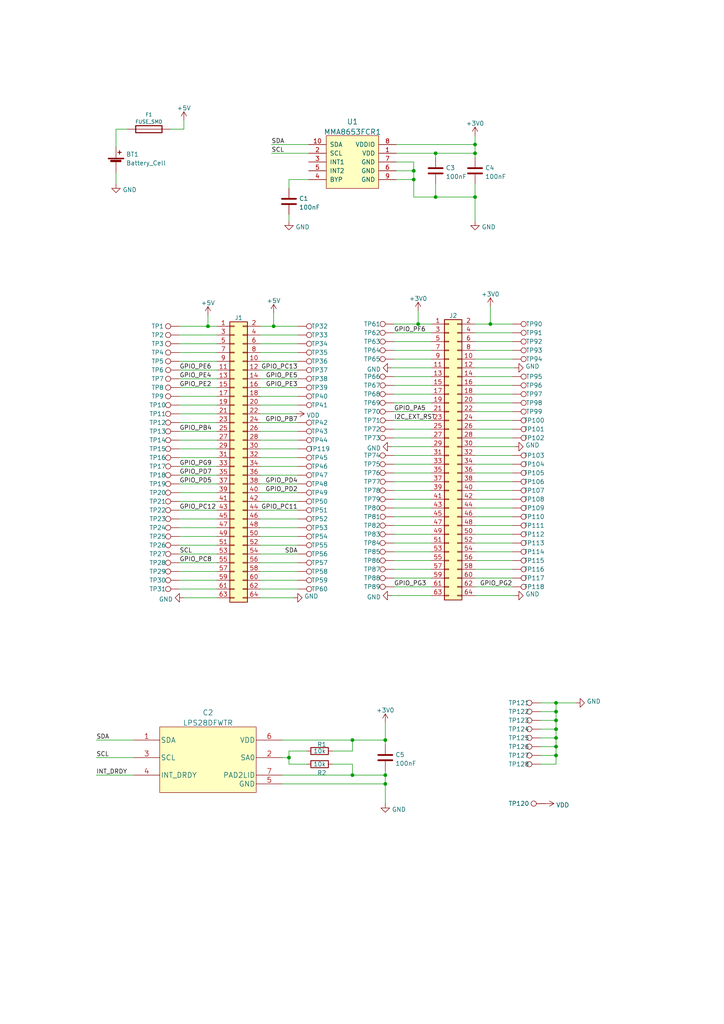
<source format=kicad_sch>
(kicad_sch (version 20211123) (generator eeschema)
  (paper "A4" portrait)
  (junction (at 111.76 224.79))
  (junction (at 161.29 206.375))
  (junction (at 137.795 41.91))
  (junction (at 161.29 216.535))
  (junction (at 126.365 44.45))
  (junction (at 161.29 211.455))
  (junction (at 142.24 93.98))
  (junction (at 161.29 208.915))
  (junction (at 137.795 44.45))
  (junction (at 137.795 57.15))
  (junction (at 161.29 213.995))
  (junction (at 126.365 57.15))
  (junction (at 83.82 219.71))
  (junction (at 60.325 94.615))
  (junction (at 111.76 227.33))
  (junction (at 120.015 49.53))
  (junction (at 79.375 94.615))
  (junction (at 102.235 214.63))
  (junction (at 102.235 224.79))
  (junction (at 111.76 214.63))
  (junction (at 161.29 203.835))
  (junction (at 161.29 219.075))
  (junction (at 121.285 93.98))
  (junction (at 120.015 52.07))
  (wire (pts (xy 156.845 213.995) (xy 161.29 213.995)))
  (wire (pts (xy 75.565 155.575) (xy 86.36 155.575)))
  (wire (pts (xy 96.52 217.805) (xy 102.235 217.805)))
  (wire (pts (xy 156.845 216.535) (xy 161.29 216.535)))
  (wire (pts (xy 142.24 93.98) (xy 137.795 93.98)))
  (wire (pts (xy 137.795 99.06) (xy 148.59 99.06)))
  (wire (pts (xy 52.07 140.335) (xy 62.865 140.335)))
  (wire (pts (xy 83.82 221.615) (xy 83.82 219.71)))
  (wire (pts (xy 120.015 52.07) (xy 120.015 57.15)))
  (wire (pts (xy 52.07 120.015) (xy 62.865 120.015)))
  (wire (pts (xy 75.565 153.035) (xy 86.36 153.035)))
  (wire (pts (xy 79.375 94.615) (xy 79.375 90.805)))
  (wire (pts (xy 114.3 99.06) (xy 125.095 99.06)))
  (wire (pts (xy 75.565 97.155) (xy 86.36 97.155)))
  (wire (pts (xy 114.3 170.18) (xy 125.095 170.18)))
  (wire (pts (xy 161.29 211.455) (xy 161.29 213.995)))
  (wire (pts (xy 75.565 158.115) (xy 86.36 158.115)))
  (wire (pts (xy 121.285 93.98) (xy 125.095 93.98)))
  (wire (pts (xy 137.795 116.84) (xy 148.59 116.84)))
  (wire (pts (xy 142.24 93.98) (xy 148.59 93.98)))
  (wire (pts (xy 114.3 119.38) (xy 125.095 119.38)))
  (wire (pts (xy 137.795 44.45) (xy 137.795 45.72)))
  (wire (pts (xy 114.3 121.92) (xy 125.095 121.92)))
  (wire (pts (xy 75.565 168.275) (xy 86.36 168.275)))
  (wire (pts (xy 114.3 154.94) (xy 125.095 154.94)))
  (wire (pts (xy 137.795 129.54) (xy 149.225 129.54)))
  (wire (pts (xy 114.3 157.48) (xy 125.095 157.48)))
  (wire (pts (xy 52.07 107.315) (xy 62.865 107.315)))
  (wire (pts (xy 52.07 114.935) (xy 62.865 114.935)))
  (wire (pts (xy 114.3 127) (xy 125.095 127)))
  (wire (pts (xy 75.565 127.635) (xy 86.36 127.635)))
  (wire (pts (xy 96.52 221.615) (xy 102.235 221.615)))
  (wire (pts (xy 156.845 203.835) (xy 161.29 203.835)))
  (wire (pts (xy 114.3 101.6) (xy 125.095 101.6)))
  (wire (pts (xy 137.795 165.1) (xy 148.59 165.1)))
  (wire (pts (xy 126.365 44.45) (xy 137.795 44.45)))
  (wire (pts (xy 78.74 41.91) (xy 89.535 41.91)))
  (wire (pts (xy 137.795 106.68) (xy 149.225 106.68)))
  (wire (pts (xy 52.07 109.855) (xy 62.865 109.855)))
  (wire (pts (xy 79.375 94.615) (xy 86.36 94.615)))
  (wire (pts (xy 75.565 132.715) (xy 86.36 132.715)))
  (wire (pts (xy 114.3 109.22) (xy 125.095 109.22)))
  (wire (pts (xy 53.34 173.355) (xy 62.865 173.355)))
  (wire (pts (xy 86.36 160.655) (xy 75.565 160.655)))
  (wire (pts (xy 75.565 163.195) (xy 86.36 163.195)))
  (wire (pts (xy 75.565 135.255) (xy 86.36 135.255)))
  (wire (pts (xy 75.565 102.235) (xy 86.36 102.235)))
  (wire (pts (xy 27.94 214.63) (xy 38.735 214.63)))
  (wire (pts (xy 111.76 227.33) (xy 111.76 233.045)))
  (wire (pts (xy 137.795 132.08) (xy 148.59 132.08)))
  (wire (pts (xy 49.53 37.465) (xy 53.34 37.465)))
  (wire (pts (xy 75.565 165.735) (xy 86.36 165.735)))
  (wire (pts (xy 27.94 224.79) (xy 38.735 224.79)))
  (wire (pts (xy 102.235 214.63) (xy 111.76 214.63)))
  (wire (pts (xy 75.565 137.795) (xy 86.36 137.795)))
  (wire (pts (xy 137.795 39.37) (xy 137.795 41.91)))
  (wire (pts (xy 156.845 206.375) (xy 161.29 206.375)))
  (wire (pts (xy 52.07 99.695) (xy 62.865 99.695)))
  (wire (pts (xy 121.285 90.17) (xy 121.285 93.98)))
  (wire (pts (xy 52.07 168.275) (xy 62.865 168.275)))
  (wire (pts (xy 111.76 214.63) (xy 111.76 215.9)))
  (wire (pts (xy 75.565 170.815) (xy 86.36 170.815)))
  (wire (pts (xy 137.795 41.91) (xy 137.795 44.45)))
  (wire (pts (xy 86.36 142.875) (xy 75.565 142.875)))
  (wire (pts (xy 52.07 158.115) (xy 62.865 158.115)))
  (wire (pts (xy 83.82 219.71) (xy 83.82 217.805)))
  (wire (pts (xy 114.3 93.98) (xy 121.285 93.98)))
  (wire (pts (xy 113.665 106.68) (xy 125.095 106.68)))
  (wire (pts (xy 114.3 152.4) (xy 125.095 152.4)))
  (wire (pts (xy 137.795 139.7) (xy 148.59 139.7)))
  (wire (pts (xy 102.235 217.805) (xy 102.235 214.63)))
  (wire (pts (xy 156.845 208.915) (xy 161.29 208.915)))
  (wire (pts (xy 52.07 135.255) (xy 62.865 135.255)))
  (wire (pts (xy 114.935 49.53) (xy 120.015 49.53)))
  (wire (pts (xy 27.94 219.71) (xy 38.735 219.71)))
  (wire (pts (xy 52.07 142.875) (xy 62.865 142.875)))
  (wire (pts (xy 137.795 96.52) (xy 148.59 96.52)))
  (wire (pts (xy 86.36 122.555) (xy 75.565 122.555)))
  (wire (pts (xy 114.3 116.84) (xy 125.095 116.84)))
  (wire (pts (xy 60.325 94.615) (xy 62.865 94.615)))
  (wire (pts (xy 161.29 206.375) (xy 161.29 203.835)))
  (wire (pts (xy 33.655 50.165) (xy 33.655 53.34)))
  (wire (pts (xy 78.74 44.45) (xy 89.535 44.45)))
  (wire (pts (xy 52.07 170.815) (xy 62.865 170.815)))
  (wire (pts (xy 137.795 101.6) (xy 148.59 101.6)))
  (wire (pts (xy 111.76 227.33) (xy 111.76 224.79)))
  (wire (pts (xy 120.015 57.15) (xy 126.365 57.15)))
  (wire (pts (xy 52.07 97.155) (xy 62.865 97.155)))
  (wire (pts (xy 137.795 149.86) (xy 148.59 149.86)))
  (wire (pts (xy 137.795 152.4) (xy 148.59 152.4)))
  (wire (pts (xy 75.565 120.015) (xy 85.725 120.015)))
  (wire (pts (xy 52.07 130.175) (xy 62.865 130.175)))
  (wire (pts (xy 52.07 104.775) (xy 62.865 104.775)))
  (wire (pts (xy 156.845 211.455) (xy 161.29 211.455)))
  (wire (pts (xy 102.235 221.615) (xy 102.235 224.79)))
  (wire (pts (xy 161.29 219.075) (xy 161.29 216.535)))
  (wire (pts (xy 52.07 153.035) (xy 62.865 153.035)))
  (wire (pts (xy 148.59 170.18) (xy 137.795 170.18)))
  (wire (pts (xy 126.365 53.34) (xy 126.365 57.15)))
  (wire (pts (xy 137.795 127) (xy 148.59 127)))
  (wire (pts (xy 156.845 221.615) (xy 161.29 221.615)))
  (wire (pts (xy 126.365 57.15) (xy 137.795 57.15)))
  (wire (pts (xy 114.935 46.99) (xy 120.015 46.99)))
  (wire (pts (xy 137.795 134.62) (xy 148.59 134.62)))
  (wire (pts (xy 137.795 104.14) (xy 148.59 104.14)))
  (wire (pts (xy 137.795 154.94) (xy 148.59 154.94)))
  (wire (pts (xy 60.325 91.44) (xy 60.325 94.615)))
  (wire (pts (xy 114.3 124.46) (xy 125.095 124.46)))
  (wire (pts (xy 114.3 132.08) (xy 125.095 132.08)))
  (wire (pts (xy 137.795 137.16) (xy 148.59 137.16)))
  (wire (pts (xy 75.565 99.695) (xy 86.36 99.695)))
  (wire (pts (xy 86.36 109.855) (xy 75.565 109.855)))
  (wire (pts (xy 83.82 62.23) (xy 83.82 64.135)))
  (wire (pts (xy 53.34 34.925) (xy 53.34 37.465)))
  (wire (pts (xy 137.795 111.76) (xy 148.59 111.76)))
  (wire (pts (xy 137.795 119.38) (xy 148.59 119.38)))
  (wire (pts (xy 36.83 37.465) (xy 33.655 37.465)))
  (wire (pts (xy 75.565 117.475) (xy 86.36 117.475)))
  (wire (pts (xy 102.235 224.79) (xy 111.76 224.79)))
  (wire (pts (xy 161.29 206.375) (xy 161.29 208.915)))
  (wire (pts (xy 86.36 147.955) (xy 75.565 147.955)))
  (wire (pts (xy 114.3 147.32) (xy 125.095 147.32)))
  (wire (pts (xy 114.935 44.45) (xy 126.365 44.45)))
  (wire (pts (xy 75.565 104.775) (xy 86.36 104.775)))
  (wire (pts (xy 52.07 155.575) (xy 62.865 155.575)))
  (wire (pts (xy 52.07 132.715) (xy 62.865 132.715)))
  (wire (pts (xy 75.565 125.095) (xy 86.36 125.095)))
  (wire (pts (xy 52.07 125.095) (xy 62.865 125.095)))
  (wire (pts (xy 52.07 145.415) (xy 62.865 145.415)))
  (wire (pts (xy 113.665 129.54) (xy 125.095 129.54)))
  (wire (pts (xy 113.665 172.72) (xy 125.095 172.72)))
  (wire (pts (xy 137.795 172.72) (xy 149.225 172.72)))
  (wire (pts (xy 114.3 96.52) (xy 125.095 96.52)))
  (wire (pts (xy 126.365 44.45) (xy 126.365 45.72)))
  (wire (pts (xy 120.015 46.99) (xy 120.015 49.53)))
  (wire (pts (xy 86.36 112.395) (xy 75.565 112.395)))
  (wire (pts (xy 114.3 114.3) (xy 125.095 114.3)))
  (wire (pts (xy 75.565 145.415) (xy 86.36 145.415)))
  (wire (pts (xy 137.795 147.32) (xy 148.59 147.32)))
  (wire (pts (xy 137.795 121.92) (xy 148.59 121.92)))
  (wire (pts (xy 33.655 37.465) (xy 33.655 42.545)))
  (wire (pts (xy 52.07 117.475) (xy 62.865 117.475)))
  (wire (pts (xy 75.565 94.615) (xy 79.375 94.615)))
  (wire (pts (xy 137.795 57.15) (xy 137.795 53.34)))
  (wire (pts (xy 114.3 149.86) (xy 125.095 149.86)))
  (wire (pts (xy 86.36 107.315) (xy 75.565 107.315)))
  (wire (pts (xy 137.795 142.24) (xy 148.59 142.24)))
  (wire (pts (xy 52.07 165.735) (xy 62.865 165.735)))
  (wire (pts (xy 137.795 162.56) (xy 148.59 162.56)))
  (wire (pts (xy 52.07 127.635) (xy 62.865 127.635)))
  (wire (pts (xy 137.795 167.64) (xy 148.59 167.64)))
  (wire (pts (xy 85.09 173.355) (xy 75.565 173.355)))
  (wire (pts (xy 114.3 111.76) (xy 125.095 111.76)))
  (wire (pts (xy 114.3 167.64) (xy 125.095 167.64)))
  (wire (pts (xy 114.3 134.62) (xy 125.095 134.62)))
  (wire (pts (xy 83.82 217.805) (xy 88.9 217.805)))
  (wire (pts (xy 137.795 157.48) (xy 148.59 157.48)))
  (wire (pts (xy 52.07 163.195) (xy 62.865 163.195)))
  (wire (pts (xy 52.07 147.955) (xy 62.865 147.955)))
  (wire (pts (xy 75.565 114.935) (xy 86.36 114.935)))
  (wire (pts (xy 137.795 57.15) (xy 137.795 64.135)))
  (wire (pts (xy 81.915 227.33) (xy 111.76 227.33)))
  (wire (pts (xy 114.935 41.91) (xy 137.795 41.91)))
  (wire (pts (xy 161.29 213.995) (xy 161.29 216.535)))
  (wire (pts (xy 75.565 150.495) (xy 86.36 150.495)))
  (wire (pts (xy 156.845 219.075) (xy 161.29 219.075)))
  (wire (pts (xy 83.82 52.07) (xy 83.82 54.61)))
  (wire (pts (xy 137.795 144.78) (xy 148.59 144.78)))
  (wire (pts (xy 114.3 137.16) (xy 125.095 137.16)))
  (wire (pts (xy 81.915 224.79) (xy 102.235 224.79)))
  (wire (pts (xy 161.29 221.615) (xy 161.29 219.075)))
  (wire (pts (xy 52.07 122.555) (xy 62.865 122.555)))
  (wire (pts (xy 114.935 52.07) (xy 120.015 52.07)))
  (wire (pts (xy 114.3 165.1) (xy 125.095 165.1)))
  (wire (pts (xy 142.24 88.9) (xy 142.24 93.98)))
  (wire (pts (xy 81.915 214.63) (xy 102.235 214.63)))
  (wire (pts (xy 161.29 203.835) (xy 167.005 203.835)))
  (wire (pts (xy 52.07 137.795) (xy 62.865 137.795)))
  (wire (pts (xy 114.3 144.78) (xy 125.095 144.78)))
  (wire (pts (xy 114.3 104.14) (xy 125.095 104.14)))
  (wire (pts (xy 137.795 109.22) (xy 148.59 109.22)))
  (wire (pts (xy 114.3 160.02) (xy 125.095 160.02)))
  (wire (pts (xy 137.795 114.3) (xy 148.59 114.3)))
  (wire (pts (xy 88.9 221.615) (xy 83.82 221.615)))
  (wire (pts (xy 111.76 209.55) (xy 111.76 214.63)))
  (wire (pts (xy 114.3 139.7) (xy 125.095 139.7)))
  (wire (pts (xy 111.76 224.79) (xy 111.76 223.52)))
  (wire (pts (xy 52.07 94.615) (xy 60.325 94.615)))
  (wire (pts (xy 52.07 160.655) (xy 62.865 160.655)))
  (wire (pts (xy 52.07 112.395) (xy 62.865 112.395)))
  (wire (pts (xy 137.795 160.02) (xy 148.59 160.02)))
  (wire (pts (xy 120.015 49.53) (xy 120.015 52.07)))
  (wire (pts (xy 75.565 130.175) (xy 86.36 130.175)))
  (wire (pts (xy 89.535 52.07) (xy 83.82 52.07)))
  (wire (pts (xy 161.29 208.915) (xy 161.29 211.455)))
  (wire (pts (xy 81.915 219.71) (xy 83.82 219.71)))
  (wire (pts (xy 86.36 140.335) (xy 75.565 140.335)))
  (wire (pts (xy 137.795 124.46) (xy 148.59 124.46)))
  (wire (pts (xy 114.3 142.24) (xy 125.095 142.24)))
  (wire (pts (xy 52.07 150.495) (xy 62.865 150.495)))
  (wire (pts (xy 52.07 102.235) (xy 62.865 102.235)))
  (wire (pts (xy 114.3 162.56) (xy 125.095 162.56)))
  (label "GPIO_PE6" (at 52.07 107.315 0))
  (label "GPIO_PD2" (at 86.36 142.875 180))
  (label "SDA" (at 78.74 41.91 0))
  (label "GPIO_PG9" (at 52.07 135.255 0))
  (label "GPIO_PE4" (at 52.07 109.855 0))
  (label "SCL" (at 78.74 44.45 0))
  (label "GPIO_PE2" (at 52.07 112.395 0))
  (label "SDA" (at 27.94 214.63 0))
  (label "GPIO_PD7" (at 52.07 137.795 0))
  (label "GPIO_PC8" (at 52.07 163.195 0))
  (label "GPIO_PB7" (at 86.36 122.555 180))
  (label "GPIO_PC12" (at 52.07 147.955 0))
  (label "GPIO_PB4" (at 52.07 125.095 0))
  (label "GPIO_PC11" (at 86.36 147.955 180))
  (label "GPIO_PG2" (at 148.59 170.18 180))
  (label "GPIO_PA5" (at 114.3 119.38 0))
  (label "SCL" (at 27.94 219.71 0))
  (label "GPIO_PD4" (at 86.36 140.335 180))
  (label "GPIO_PD5" (at 52.07 140.335 0))
  (label "GPIO_PC13" (at 86.36 107.315 180))
  (label "GPIO_PF6" (at 114.3 96.52 0))
  (label "I2C_EXT_RST" (at 114.3 121.92 0))
  (label "GPIO_PE3" (at 86.36 112.395 180))
  (label "SDA" (at 86.36 160.655 180))
  (label "INT_DRDY" (at 27.94 224.79 0))
  (label "GPIO_PE5" (at 86.36 109.855 180))
  (label "SCL" (at 52.07 160.655 0))
  (label "GPIO_PG3" (at 114.3 170.18 0))
  (symbol (lib_id "Connector:TestPoint") (at 156.845 221.615 90) (unit 1)
    (property "Reference" "TP128" (at 150.495 221.615 90))
    (property "Value" "TestPoint" (effects hide))
    (property "Footprint" "TestPoint:TestPoint_Pad_D1.5mm" (effects hide))
  )
  (symbol (lib_id "power:+5V") (at 60.325 91.44 0) (unit 1)
    (property "Reference" "#PWR04" (effects hide))
    (property "Value" "+5V" (at 60.325 87.8642 0))
  )
  (symbol (lib_id "power:GND") (at 149.225 172.72 90) (unit 1)
    (property "Reference" "#PWR018" (effects hide))
    (property "Value" "GND" (at 152.3999 172.2862 90) (effects (justify right)))
  )
  (symbol (lib_id "Connector:TestPoint") (at 158.115 233.045 90) (unit 1)
    (property "Reference" "TP120" (at 150.495 233.045 90))
    (property "Value" "TestPoint" (effects hide))
    (property "Footprint" "TestPoint:TestPoint_Pad_D1.5mm" (effects hide))
  )
  (symbol (lib_id "Connector:TestPoint") (at 148.59 154.94 270) (unit 1)
    (property "Reference" "TP112" (at 154.94 154.94 90))
    (property "Value" "TestPoint" (effects hide))
    (property "Footprint" "TestPoint:TestPoint_Pad_D1.5mm" (effects hide))
  )
  (symbol (lib_id "Connector:TestPoint") (at 52.07 163.195 90) (unit 1)
    (property "Reference" "TP28" (at 45.72 163.195 90))
    (property "Value" "TestPoint" (effects hide))
    (property "Footprint" "TestPoint:TestPoint_Pad_D1.5mm" (effects hide))
  )
  (symbol (lib_id "Connector:TestPoint") (at 148.59 132.08 270) (unit 1)
    (property "Reference" "TP103" (at 154.94 132.08 90))
    (property "Value" "TestPoint" (effects hide))
    (property "Footprint" "TestPoint:TestPoint_Pad_D1.5mm" (effects hide))
  )
  (symbol (lib_id "Device:C") (at 137.795 49.53 0) (unit 1)
    (property "Reference" "C4" (at 140.716 48.6953 0) (effects (justify left)))
    (property "Value" "100nF" (at 140.716 51.2322 0) (effects (justify left)))
    (property "Footprint" "Capacitor_SMD_AKL:C_0603_1608Metric_Pad1.05x0.95mm" (effects hide))
  )
  (symbol (lib_id "Connector:TestPoint") (at 148.59 165.1 270) (unit 1)
    (property "Reference" "TP116" (at 154.94 165.1 90))
    (property "Value" "TestPoint" (effects hide))
    (property "Footprint" "TestPoint:TestPoint_Pad_D1.5mm" (effects hide))
  )
  (symbol (lib_id "Connector:TestPoint") (at 52.07 165.735 90) (unit 1)
    (property "Reference" "TP29" (at 45.72 165.735 90))
    (property "Value" "TestPoint" (effects hide))
    (property "Footprint" "TestPoint:TestPoint_Pad_D1.5mm" (effects hide))
  )
  (symbol (lib_id "Connector:TestPoint") (at 86.36 125.095 270) (unit 1)
    (property "Reference" "TP43" (at 92.71 125.095 90))
    (property "Value" "TestPoint" (effects hide))
    (property "Footprint" "TestPoint:TestPoint_Pad_D1.5mm" (effects hide))
  )
  (symbol (lib_id "Connector:TestPoint") (at 52.07 137.795 90) (unit 1)
    (property "Reference" "TP18" (at 45.72 137.795 90))
    (property "Value" "TestPoint" (effects hide))
    (property "Footprint" "TestPoint:TestPoint_Pad_D1.5mm" (effects hide))
  )
  (symbol (lib_id "Connector:TestPoint") (at 114.3 132.08 90) (unit 1)
    (property "Reference" "TP74" (at 107.95 132.08 90))
    (property "Value" "TestPoint" (effects hide))
    (property "Footprint" "TestPoint:TestPoint_Pad_D1.5mm" (effects hide))
  )
  (symbol (lib_id "Connector:TestPoint") (at 52.07 94.615 90) (unit 1)
    (property "Reference" "TP1" (at 45.72 94.615 90))
    (property "Value" "TestPoint" (effects hide))
    (property "Footprint" "TestPoint:TestPoint_Pad_D1.5mm" (effects hide))
  )
  (symbol (lib_id "Connector:TestPoint") (at 86.36 104.775 270) (unit 1)
    (property "Reference" "TP36" (at 92.71 104.775 90))
    (property "Value" "TestPoint" (effects hide))
    (property "Footprint" "TestPoint:TestPoint_Pad_D1.5mm" (effects hide))
  )
  (symbol (lib_id "Connector:TestPoint") (at 114.3 127 90) (unit 1)
    (property "Reference" "TP73" (at 107.95 127 90))
    (property "Value" "TestPoint" (effects hide))
    (property "Footprint" "TestPoint:TestPoint_Pad_D1.5mm" (effects hide))
  )
  (symbol (lib_id "power:GND") (at 111.76 233.045 0) (unit 1)
    (property "Reference" "#PWR020" (effects hide))
    (property "Value" "GND" (at 113.665 234.7488 0) (effects (justify left)))
  )
  (symbol (lib_id "Connector:TestPoint") (at 86.36 102.235 270) (unit 1)
    (property "Reference" "TP35" (at 92.71 102.235 90))
    (property "Value" "TestPoint" (effects hide))
    (property "Footprint" "TestPoint:TestPoint_Pad_D1.5mm" (effects hide))
  )
  (symbol (lib_id "Connector:TestPoint") (at 52.07 130.175 90) (unit 1)
    (property "Reference" "TP15" (at 45.72 130.175 90))
    (property "Value" "TestPoint" (effects hide))
    (property "Footprint" "TestPoint:TestPoint_Pad_D1.5mm" (effects hide))
  )
  (symbol (lib_id "Connector:TestPoint") (at 86.36 160.655 270) (unit 1)
    (property "Reference" "TP56" (at 92.71 160.655 90))
    (property "Value" "TestPoint" (effects hide))
    (property "Footprint" "TestPoint:TestPoint_Pad_D1.5mm" (effects hide))
  )
  (symbol (lib_id "Connector:TestPoint") (at 86.36 130.175 270) (unit 1)
    (property "Reference" "TP119" (at 92.71 130.175 90))
    (property "Value" "TestPoint" (effects hide))
    (property "Footprint" "TestPoint:TestPoint_Pad_D1.5mm" (effects hide))
  )
  (symbol (lib_id "Connector:TestPoint") (at 86.36 163.195 270) (unit 1)
    (property "Reference" "TP57" (at 92.71 163.195 90))
    (property "Value" "TestPoint" (effects hide))
    (property "Footprint" "TestPoint:TestPoint_Pad_D1.5mm" (effects hide))
  )
  (symbol (lib_id "Connector:TestPoint") (at 86.36 117.475 270) (unit 1)
    (property "Reference" "TP41" (at 92.71 117.475 90))
    (property "Value" "TestPoint" (effects hide))
    (property "Footprint" "TestPoint:TestPoint_Pad_D1.5mm" (effects hide))
  )
  (symbol (lib_id "Connector:TestPoint") (at 148.59 93.98 270) (unit 1)
    (property "Reference" "TP90" (at 154.94 93.98 90))
    (property "Value" "TestPoint" (effects hide))
    (property "Footprint" "TestPoint:TestPoint_Pad_D1.5mm" (effects hide))
  )
  (symbol (lib_id "Connector:TestPoint") (at 148.59 114.3 270) (unit 1)
    (property "Reference" "TP97" (at 154.94 114.3 90))
    (property "Value" "TestPoint" (effects hide))
    (property "Footprint" "TestPoint:TestPoint_Pad_D1.5mm" (effects hide))
  )
  (symbol (lib_id "Connector:TestPoint") (at 114.3 160.02 90) (unit 1)
    (property "Reference" "TP85" (at 107.95 160.02 90))
    (property "Value" "TestPoint" (effects hide))
    (property "Footprint" "TestPoint:TestPoint_Pad_D1.5mm" (effects hide))
  )
  (symbol (lib_id "Connector:TestPoint") (at 114.3 124.46 90) (unit 1)
    (property "Reference" "TP72" (at 107.95 124.46 90))
    (property "Value" "TestPoint" (effects hide))
    (property "Footprint" "TestPoint:TestPoint_Pad_D1.5mm" (effects hide))
  )
  (symbol (lib_id "power:+5V") (at 79.375 90.805 0) (unit 1)
    (property "Reference" "#PWR05" (effects hide))
    (property "Value" "+5V" (at 79.375 87.2292 0))
  )
  (symbol (lib_id "Connector:TestPoint") (at 86.36 147.955 270) (unit 1)
    (property "Reference" "TP51" (at 92.71 147.955 90))
    (property "Value" "TestPoint" (effects hide))
    (property "Footprint" "TestPoint:TestPoint_Pad_D1.5mm" (effects hide))
  )
  (symbol (lib_id "Connector:TestPoint") (at 148.59 144.78 270) (unit 1)
    (property "Reference" "TP108" (at 154.94 144.78 90))
    (property "Value" "TestPoint" (effects hide))
    (property "Footprint" "TestPoint:TestPoint_Pad_D1.5mm" (effects hide))
  )
  (symbol (lib_id "Connector:TestPoint") (at 52.07 114.935 90) (unit 1)
    (property "Reference" "TP9" (at 45.72 114.935 90))
    (property "Value" "TestPoint" (effects hide))
    (property "Footprint" "TestPoint:TestPoint_Pad_D1.5mm" (effects hide))
  )
  (symbol (lib_id "power:VDD") (at 158.115 233.045 270) (unit 1)
    (property "Reference" "#PWR021" (effects hide))
    (property "Value" "VDD" (at 161.29 233.4788 90) (effects (justify left)))
  )
  (symbol (lib_id "power:+3V0") (at 142.24 88.9 0) (unit 1)
    (property "Reference" "#PWR015" (effects hide))
    (property "Value" "+3V0" (at 142.24 85.3242 0))
  )
  (symbol (lib_id "Connector:TestPoint") (at 148.59 124.46 270) (unit 1)
    (property "Reference" "TP101" (at 154.94 124.46 90))
    (property "Value" "TestPoint" (effects hide))
    (property "Footprint" "TestPoint:TestPoint_Pad_D1.5mm" (effects hide))
  )
  (symbol (lib_id "Connector:TestPoint") (at 156.845 213.995 90) (unit 1)
    (property "Reference" "TP125" (at 150.495 213.995 90))
    (property "Value" "TestPoint" (effects hide))
    (property "Footprint" "TestPoint:TestPoint_Pad_D1.5mm" (effects hide))
  )
  (symbol (lib_id "Connector:TestPoint") (at 114.3 119.38 90) (unit 1)
    (property "Reference" "TP70" (at 107.95 119.38 90))
    (property "Value" "TestPoint" (effects hide))
    (property "Footprint" "TestPoint:TestPoint_Pad_D1.5mm" (effects hide))
  )
  (symbol (lib_id "Device:R") (at 92.71 217.805 90) (unit 1)
    (property "Reference" "R1" (at 93.345 215.9 90))
    (property "Value" "10k" (at 92.71 217.805 90))
    (property "Footprint" "Resistor_SMD_AKL:R_0603_1608Metric_Pad1.05x0.95mm" (effects hide))
  )
  (symbol (lib_id "Connector:TestPoint") (at 156.845 219.075 90) (unit 1)
    (property "Reference" "TP127" (at 150.495 219.075 90))
    (property "Value" "TestPoint" (effects hide))
    (property "Footprint" "TestPoint:TestPoint_Pad_D1.5mm" (effects hide))
  )
  (symbol (lib_id "Connector:TestPoint") (at 148.59 170.18 270) (unit 1)
    (property "Reference" "TP118" (at 154.94 170.18 90))
    (property "Value" "TestPoint" (effects hide))
    (property "Footprint" "TestPoint:TestPoint_Pad_D1.5mm" (effects hide))
  )
  (symbol (lib_id "Connector:TestPoint") (at 86.36 132.715 270) (unit 1)
    (property "Reference" "TP45" (at 92.71 132.715 90))
    (property "Value" "TestPoint" (effects hide))
    (property "Footprint" "TestPoint:TestPoint_Pad_D1.5mm" (effects hide))
  )
  (symbol (lib_id "Connector:TestPoint") (at 52.07 104.775 90) (unit 1)
    (property "Reference" "TP5" (at 45.72 104.775 90))
    (property "Value" "TestPoint" (effects hide))
    (property "Footprint" "TestPoint:TestPoint_Pad_D1.5mm" (effects hide))
  )
  (symbol (lib_id "power:GND") (at 85.09 173.355 90) (unit 1)
    (property "Reference" "#PWR07" (effects hide))
    (property "Value" "GND" (at 88.2649 172.9212 90) (effects (justify right)))
  )
  (symbol (lib_id "Connector:TestPoint") (at 52.07 155.575 90) (unit 1)
    (property "Reference" "TP25" (at 45.72 155.575 90))
    (property "Value" "TestPoint" (effects hide))
    (property "Footprint" "TestPoint:TestPoint_Pad_D1.5mm" (effects hide))
  )
  (symbol (lib_id "Connector_Generic:Conn_02x32_Odd_Even") (at 67.945 132.715 0) (unit 1)
    (property "Reference" "J1" (at 69.215 92.1822 0))
    (property "Value" "Conn_02x32_Odd_Even" (effects hide))
    (property "Footprint" "Connector_PinSocket_2.54mm:PinSocket_2x32_P2.54mm_Vertical" (effects hide))
  )
  (symbol (lib_id "power:+3V0") (at 111.76 209.55 0) (unit 1)
    (property "Reference" "#PWR019" (effects hide))
    (property "Value" "+3V0" (at 111.76 205.9742 0))
  )
  (symbol (lib_id "Connector:TestPoint") (at 86.36 137.795 270) (unit 1)
    (property "Reference" "TP47" (at 92.71 137.795 90))
    (property "Value" "TestPoint" (effects hide))
    (property "Footprint" "TestPoint:TestPoint_Pad_D1.5mm" (effects hide))
  )
  (symbol (lib_id "power:GND") (at 149.225 129.54 90) (unit 1)
    (property "Reference" "#PWR017" (effects hide))
    (property "Value" "GND" (at 152.3999 129.1062 90) (effects (justify right)))
  )
  (symbol (lib_id "Connector:TestPoint") (at 86.36 127.635 270) (unit 1)
    (property "Reference" "TP44" (at 92.71 127.635 90))
    (property "Value" "TestPoint" (effects hide))
    (property "Footprint" "TestPoint:TestPoint_Pad_D1.5mm" (effects hide))
  )
  (symbol (lib_id "Connector:TestPoint") (at 52.07 158.115 90) (unit 1)
    (property "Reference" "TP26" (at 45.72 158.115 90))
    (property "Value" "TestPoint" (effects hide))
    (property "Footprint" "TestPoint:TestPoint_Pad_D1.5mm" (effects hide))
  )
  (symbol (lib_id "Connector:TestPoint") (at 148.59 147.32 270) (unit 1)
    (property "Reference" "TP109" (at 154.94 147.32 90))
    (property "Value" "TestPoint" (effects hide))
    (property "Footprint" "TestPoint:TestPoint_Pad_D1.5mm" (effects hide))
  )
  (symbol (lib_id "Connector:TestPoint") (at 86.36 150.495 270) (unit 1)
    (property "Reference" "TP52" (at 92.71 150.495 90))
    (property "Value" "TestPoint" (effects hide))
    (property "Footprint" "TestPoint:TestPoint_Pad_D1.5mm" (effects hide))
  )
  (symbol (lib_id "Connector:TestPoint") (at 86.36 109.855 270) (unit 1)
    (property "Reference" "TP38" (at 92.71 109.855 90))
    (property "Value" "TestPoint" (effects hide))
    (property "Footprint" "TestPoint:TestPoint_Pad_D1.5mm" (effects hide))
  )
  (symbol (lib_id "Connector:TestPoint") (at 114.3 157.48 90) (unit 1)
    (property "Reference" "TP84" (at 107.95 157.48 90))
    (property "Value" "TestPoint" (effects hide))
    (property "Footprint" "TestPoint:TestPoint_Pad_D1.5mm" (effects hide))
  )
  (symbol (lib_id "power:VDD") (at 85.725 120.015 270) (unit 1)
    (property "Reference" "#PWR08" (effects hide))
    (property "Value" "VDD" (at 88.9 120.4488 90) (effects (justify left)))
  )
  (symbol (lib_id "Connector:TestPoint") (at 86.36 168.275 270) (unit 1)
    (property "Reference" "TP59" (at 92.71 168.275 90))
    (property "Value" "TestPoint" (effects hide))
    (property "Footprint" "TestPoint:TestPoint_Pad_D1.5mm" (effects hide))
  )
  (symbol (lib_id "Connector:TestPoint") (at 114.3 109.22 90) (unit 1)
    (property "Reference" "TP66" (at 107.95 109.22 90))
    (property "Value" "TestPoint" (effects hide))
    (property "Footprint" "TestPoint:TestPoint_Pad_D1.5mm" (effects hide))
  )
  (symbol (lib_id "Device:R") (at 92.71 221.615 90) (unit 1)
    (property "Reference" "R2" (at 93.345 224.155 90))
    (property "Value" "10k" (at 92.71 221.615 90))
    (property "Footprint" "Resistor_SMD_AKL:R_0603_1608Metric_Pad1.05x0.95mm" (effects hide))
  )
  (symbol (lib_id "power:+3V0") (at 137.795 39.37 0) (unit 1)
    (property "Reference" "#PWR013" (effects hide))
    (property "Value" "+3V0" (at 137.795 35.7942 0))
  )
  (symbol (lib_id "Connector:TestPoint") (at 114.3 121.92 90) (unit 1)
    (property "Reference" "TP71" (at 107.95 121.92 90))
    (property "Value" "TestPoint" (effects hide))
    (property "Footprint" "TestPoint:TestPoint_Pad_D1.5mm" (effects hide))
  )
  (symbol (lib_id "power:GND") (at 113.665 172.72 270) (unit 1)
    (property "Reference" "#PWR011" (effects hide))
    (property "Value" "GND" (at 110.4901 173.1538 90) (effects (justify right)))
  )
  (symbol (lib_id "Connector:TestPoint") (at 86.36 142.875 270) (unit 1)
    (property "Reference" "TP49" (at 92.71 142.875 90))
    (property "Value" "TestPoint" (effects hide))
    (property "Footprint" "TestPoint:TestPoint_Pad_D1.5mm" (effects hide))
  )
  (symbol (lib_id "Connector:TestPoint") (at 114.3 134.62 90) (unit 1)
    (property "Reference" "TP75" (at 107.95 134.62 90))
    (property "Value" "TestPoint" (effects hide))
    (property "Footprint" "TestPoint:TestPoint_Pad_D1.5mm" (effects hide))
  )
  (symbol (lib_id "power:GND") (at 149.225 106.68 90) (unit 1)
    (property "Reference" "#PWR016" (effects hide))
    (property "Value" "GND" (at 152.3999 106.2462 90) (effects (justify right)))
  )
  (symbol (lib_id "power:GND") (at 113.665 106.68 270) (unit 1)
    (property "Reference" "#PWR09" (effects hide))
    (property "Value" "GND" (at 110.4901 107.1138 90) (effects (justify right)))
  )
  (symbol (lib_id "Connector:TestPoint") (at 52.07 99.695 90) (unit 1)
    (property "Reference" "TP3" (at 45.72 99.695 90))
    (property "Value" "TestPoint" (effects hide))
    (property "Footprint" "TestPoint:TestPoint_Pad_D1.5mm" (effects hide))
  )
  (symbol (lib_id "Connector:TestPoint") (at 148.59 139.7 270) (unit 1)
    (property "Reference" "TP106" (at 154.94 139.7 90))
    (property "Value" "TestPoint" (effects hide))
    (property "Footprint" "TestPoint:TestPoint_Pad_D1.5mm" (effects hide))
  )
  (symbol (lib_id "Connector:TestPoint") (at 52.07 102.235 90) (unit 1)
    (property "Reference" "TP4" (at 45.72 102.235 90))
    (property "Value" "TestPoint" (effects hide))
    (property "Footprint" "TestPoint:TestPoint_Pad_D1.5mm" (effects hide))
  )
  (symbol (lib_id "Connector:TestPoint") (at 86.36 99.695 270) (unit 1)
    (property "Reference" "TP34" (at 92.71 99.695 90))
    (property "Value" "TestPoint" (effects hide))
    (property "Footprint" "TestPoint:TestPoint_Pad_D1.5mm" (effects hide))
  )
  (symbol (lib_id "Special-local:FUSE_SMD") (at 43.18 37.465 0) (unit 1)
    (property "Reference" "F1" (at 43.18 33.2352 0) (effects (font (size 1.016 1.016))))
    (property "Value" "FUSE_SMD" (at 43.18 35.3156 0) (effects (font (size 1.016 1.016))))
    (property "Footprint" "Fuse_AKL:Fuse_1206_3216Metric_Pad1.42x1.75mm_BigPads" (effects hide))
  )
  (symbol (lib_id "Device:C") (at 126.365 49.53 0) (unit 1)
    (property "Reference" "C3" (at 129.286 48.6953 0) (effects (justify left)))
    (property "Value" "100nF" (at 129.286 51.2322 0) (effects (justify left)))
    (property "Footprint" "Capacitor_SMD_AKL:C_0603_1608Metric_Pad1.05x0.95mm" (effects hide))
  )
  (symbol (lib_id "Connector:TestPoint") (at 148.59 167.64 270) (unit 1)
    (property "Reference" "TP117" (at 154.94 167.64 90))
    (property "Value" "TestPoint" (effects hide))
    (property "Footprint" "TestPoint:TestPoint_Pad_D1.5mm" (effects hide))
  )
  (symbol (lib_id "Connector:TestPoint") (at 114.3 170.18 90) (unit 1)
    (property "Reference" "TP89" (at 107.95 170.18 90))
    (property "Value" "TestPoint" (effects hide))
    (property "Footprint" "TestPoint:TestPoint_Pad_D1.5mm" (effects hide))
  )
  (symbol (lib_id "power:GND") (at 53.34 173.355 270) (unit 1)
    (property "Reference" "#PWR03" (effects hide))
    (property "Value" "GND" (at 50.1651 173.7888 90) (effects (justify right)))
  )
  (symbol (lib_id "Connector:TestPoint") (at 86.36 145.415 270) (unit 1)
    (property "Reference" "TP50" (at 92.71 145.415 90))
    (property "Value" "TestPoint" (effects hide))
    (property "Footprint" "TestPoint:TestPoint_Pad_D1.5mm" (effects hide))
  )
  (symbol (lib_id "Connector:TestPoint") (at 114.3 139.7 90) (unit 1)
    (property "Reference" "TP77" (at 107.95 139.7 90))
    (property "Value" "TestPoint" (effects hide))
    (property "Footprint" "TestPoint:TestPoint_Pad_D1.5mm" (effects hide))
  )
  (symbol (lib_id "Connector:TestPoint") (at 114.3 154.94 90) (unit 1)
    (property "Reference" "TP83" (at 107.95 154.94 90))
    (property "Value" "TestPoint" (effects hide))
    (property "Footprint" "TestPoint:TestPoint_Pad_D1.5mm" (effects hide))
  )
  (symbol (lib_id "Connector:TestPoint") (at 86.36 97.155 270) (unit 1)
    (property "Reference" "TP33" (at 92.71 97.155 90))
    (property "Value" "TestPoint" (effects hide))
    (property "Footprint" "TestPoint:TestPoint_Pad_D1.5mm" (effects hide))
  )
  (symbol (lib_id "Connector:TestPoint") (at 114.3 144.78 90) (unit 1)
    (property "Reference" "TP79" (at 107.95 144.78 90))
    (property "Value" "TestPoint" (effects hide))
    (property "Footprint" "TestPoint:TestPoint_Pad_D1.5mm" (effects hide))
  )
  (symbol (lib_id "Connector:TestPoint") (at 114.3 93.98 90) (unit 1)
    (property "Reference" "TP61" (at 107.95 93.98 90))
    (property "Value" "TestPoint" (effects hide))
    (property "Footprint" "TestPoint:TestPoint_Pad_D1.5mm" (effects hide))
  )
  (symbol (lib_id "Device:Battery_Cell") (at 33.655 47.625 0) (unit 1)
    (property "Reference" "BT1" (at 36.576 44.7583 0) (effects (justify left)))
    (property "Value" "Battery_Cell" (at 36.576 47.2952 0) (effects (justify left)))
    (property "Footprint" "Battery:BatteryHolder_MPD_BH-18650-PC2" (effects hide))
  )
  (symbol (lib_id "Connector:TestPoint") (at 114.3 149.86 90) (unit 1)
    (property "Reference" "TP81" (at 107.95 149.86 90))
    (property "Value" "TestPoint" (effects hide))
    (property "Footprint" "TestPoint:TestPoint_Pad_D1.5mm" (effects hide))
  )
  (symbol (lib_id "Connector:TestPoint") (at 52.07 117.475 90) (unit 1)
    (property "Reference" "TP10" (at 45.72 117.475 90))
    (property "Value" "TestPoint" (effects hide))
    (property "Footprint" "TestPoint:TestPoint_Pad_D1.5mm" (effects hide))
  )
  (symbol (lib_id "Connector:TestPoint") (at 114.3 114.3 90) (unit 1)
    (property "Reference" "TP68" (at 107.95 114.3 90))
    (property "Value" "TestPoint" (effects hide))
    (property "Footprint" "TestPoint:TestPoint_Pad_D1.5mm" (effects hide))
  )
  (symbol (lib_id "Connector:TestPoint") (at 114.3 147.32 90) (unit 1)
    (property "Reference" "TP80" (at 107.95 147.32 90))
    (property "Value" "TestPoint" (effects hide))
    (property "Footprint" "TestPoint:TestPoint_Pad_D1.5mm" (effects hide))
  )
  (symbol (lib_id "Connector:TestPoint") (at 148.59 162.56 270) (unit 1)
    (property "Reference" "TP115" (at 154.94 162.56 90))
    (property "Value" "TestPoint" (effects hide))
    (property "Footprint" "TestPoint:TestPoint_Pad_D1.5mm" (effects hide))
  )
  (symbol (lib_id "Connector:TestPoint") (at 114.3 137.16 90) (unit 1)
    (property "Reference" "TP76" (at 107.95 137.16 90))
    (property "Value" "TestPoint" (effects hide))
    (property "Footprint" "TestPoint:TestPoint_Pad_D1.5mm" (effects hide))
  )
  (symbol (lib_id "Connector:TestPoint") (at 156.845 216.535 90) (unit 1)
    (property "Reference" "TP126" (at 150.495 216.535 90))
    (property "Value" "TestPoint" (effects hide))
    (property "Footprint" "TestPoint:TestPoint_Pad_D1.5mm" (effects hide))
  )
  (symbol (lib_id "Connector:TestPoint") (at 148.59 134.62 270) (unit 1)
    (property "Reference" "TP104" (at 154.94 134.62 90))
    (property "Value" "TestPoint" (effects hide))
    (property "Footprint" "TestPoint:TestPoint_Pad_D1.5mm" (effects hide))
  )
  (symbol (lib_id "Connector:TestPoint") (at 156.845 208.915 90) (unit 1)
    (property "Reference" "TP123" (at 150.495 208.915 90))
    (property "Value" "TestPoint" (effects hide))
    (property "Footprint" "TestPoint:TestPoint_Pad_D1.5mm" (effects hide))
  )
  (symbol (lib_id "Connector:TestPoint") (at 52.07 109.855 90) (unit 1)
    (property "Reference" "TP7" (at 45.72 109.855 90))
    (property "Value" "TestPoint" (effects hide))
    (property "Footprint" "TestPoint:TestPoint_Pad_D1.5mm" (effects hide))
  )
  (symbol (lib_id "Connector:TestPoint") (at 52.07 160.655 90) (unit 1)
    (property "Reference" "TP27" (at 45.72 160.655 90))
    (property "Value" "TestPoint" (effects hide))
    (property "Footprint" "TestPoint:TestPoint_Pad_D1.5mm" (effects hide))
  )
  (symbol (lib_id "Connector:TestPoint") (at 86.36 122.555 270) (unit 1)
    (property "Reference" "TP42" (at 92.71 122.555 90))
    (property "Value" "TestPoint" (effects hide))
    (property "Footprint" "TestPoint:TestPoint_Pad_D1.5mm" (effects hide))
  )
  (symbol (lib_id "power:+5V") (at 53.34 34.925 0) (unit 1)
    (property "Reference" "#PWR02" (effects hide))
    (property "Value" "+5V" (at 53.34 31.3492 0))
  )
  (symbol (lib_id "Connector:TestPoint") (at 156.845 203.835 90) (unit 1)
    (property "Reference" "TP121" (at 150.495 203.835 90))
    (property "Value" "TestPoint" (effects hide))
    (property "Footprint" "TestPoint:TestPoint_Pad_D1.5mm" (effects hide))
  )
  (symbol (lib_id "Connector:TestPoint") (at 148.59 99.06 270) (unit 1)
    (property "Reference" "TP92" (at 154.94 99.06 90))
    (property "Value" "TestPoint" (effects hide))
    (property "Footprint" "TestPoint:TestPoint_Pad_D1.5mm" (effects hide))
  )
  (symbol (lib_id "power:GND") (at 83.82 64.135 0) (unit 1)
    (property "Reference" "#PWR06" (effects hide))
    (property "Value" "GND" (at 85.725 65.8388 0) (effects (justify left)))
  )
  (symbol (lib_id "Connector:TestPoint") (at 86.36 170.815 270) (unit 1)
    (property "Reference" "TP60" (at 92.71 170.815 90))
    (property "Value" "TestPoint" (effects hide))
    (property "Footprint" "TestPoint:TestPoint_Pad_D1.5mm" (effects hide))
  )
  (symbol (lib_id "Connector:TestPoint") (at 52.07 170.815 90) (unit 1)
    (property "Reference" "TP31" (at 45.72 170.815 90))
    (property "Value" "TestPoint" (effects hide))
    (property "Footprint" "TestPoint:TestPoint_Pad_D1.5mm" (effects hide))
  )
  (symbol (lib_id "Connector:TestPoint") (at 86.36 107.315 270) (unit 1)
    (property "Reference" "TP37" (at 92.71 107.315 90))
    (property "Value" "TestPoint" (effects hide))
    (property "Footprint" "TestPoint:TestPoint_Pad_D1.5mm" (effects hide))
  )
  (symbol (lib_id "power:GND") (at 137.795 64.135 0) (unit 1)
    (property "Reference" "#PWR014" (effects hide))
    (property "Value" "GND" (at 139.7 65.8388 0) (effects (justify left)))
  )
  (symbol (lib_id "Connector:TestPoint") (at 52.07 132.715 90) (unit 1)
    (property "Reference" "TP16" (at 45.72 132.715 90))
    (property "Value" "TestPoint" (effects hide))
    (property "Footprint" "TestPoint:TestPoint_Pad_D1.5mm" (effects hide))
  )
  (symbol (lib_id "Connector:TestPoint") (at 114.3 99.06 90) (unit 1)
    (property "Reference" "TP63" (at 107.95 99.06 90))
    (property "Value" "TestPoint" (effects hide))
    (property "Footprint" "TestPoint:TestPoint_Pad_D1.5mm" (effects hide))
  )
  (symbol (lib_id "Connector:TestPoint") (at 148.59 116.84 270) (unit 1)
    (property "Reference" "TP98" (at 154.94 116.84 90))
    (property "Value" "TestPoint" (effects hide))
    (property "Footprint" "TestPoint:TestPoint_Pad_D1.5mm" (effects hide))
  )
  (symbol (lib_id "Connector:TestPoint") (at 52.07 125.095 90) (unit 1)
    (property "Reference" "TP13" (at 45.72 125.095 90))
    (property "Value" "TestPoint" (effects hide))
    (property "Footprint" "TestPoint:TestPoint_Pad_D1.5mm" (effects hide))
  )
  (symbol (lib_id "Connector:TestPoint") (at 52.07 142.875 90) (unit 1)
    (property "Reference" "TP20" (at 45.72 142.875 90))
    (property "Value" "TestPoint" (effects hide))
    (property "Footprint" "TestPoint:TestPoint_Pad_D1.5mm" (effects hide))
  )
  (symbol (lib_id "Connector:TestPoint") (at 52.07 107.315 90) (unit 1)
    (property "Reference" "TP6" (at 45.72 107.315 90))
    (property "Value" "TestPoint" (effects hide))
    (property "Footprint" "TestPoint:TestPoint_Pad_D1.5mm" (effects hide))
  )
  (symbol (lib_id "Connector:TestPoint") (at 148.59 111.76 270) (unit 1)
    (property "Reference" "TP96" (at 154.94 111.76 90))
    (property "Value" "TestPoint" (effects hide))
    (property "Footprint" "TestPoint:TestPoint_Pad_D1.5mm" (effects hide))
  )
  (symbol (lib_id "Connector:TestPoint") (at 114.3 101.6 90) (unit 1)
    (property "Reference" "TP64" (at 107.95 101.6 90))
    (property "Value" "TestPoint" (effects hide))
    (property "Footprint" "TestPoint:TestPoint_Pad_D1.5mm" (effects hide))
  )
  (symbol (lib_id "Connector:TestPoint") (at 114.3 104.14 90) (unit 1)
    (property "Reference" "TP65" (at 107.95 104.14 90))
    (property "Value" "TestPoint" (effects hide))
    (property "Footprint" "TestPoint:TestPoint_Pad_D1.5mm" (effects hide))
  )
  (symbol (lib_id "Connector:TestPoint") (at 52.07 150.495 90) (unit 1)
    (property "Reference" "TP23" (at 45.72 150.495 90))
    (property "Value" "TestPoint" (effects hide))
    (property "Footprint" "TestPoint:TestPoint_Pad_D1.5mm" (effects hide))
  )
  (symbol (lib_id "Connector:TestPoint") (at 52.07 153.035 90) (unit 1)
    (property "Reference" "TP24" (at 45.72 153.035 90))
    (property "Value" "TestPoint" (effects hide))
    (property "Footprint" "TestPoint:TestPoint_Pad_D1.5mm" (effects hide))
  )
  (symbol (lib_id "Special-local:MMA8653FCR1") (at 102.235 46.99 0) (unit 1)
    (property "Reference" "U1" (at 102.235 35.2859 0) (effects (font (size 1.524 1.524))))
    (property "Value" "MMA8653FCR1" (at 102.235 38.2793 0) (effects (font (size 1.524 1.524))))
    (property "Footprint" "Package_DFN_QFN_AKL:DFN-10_2x2mm_P0.4mm" (effects hide))
  )
  (symbol (lib_id "Connector:TestPoint") (at 52.07 145.415 90) (unit 1)
    (property "Reference" "TP21" (at 45.72 145.415 90))
    (property "Value" "TestPoint" (effects hide))
    (property "Footprint" "TestPoint:TestPoint_Pad_D1.5mm" (effects hide))
  )
  (symbol (lib_id "Connector:TestPoint") (at 114.3 167.64 90) (unit 1)
    (property "Reference" "TP88" (at 107.95 167.64 90))
    (property "Value" "TestPoint" (effects hide))
    (property "Footprint" "TestPoint:TestPoint_Pad_D1.5mm" (effects hide))
  )
  (symbol (lib_id "Connector:TestPoint") (at 148.59 157.48 270) (unit 1)
    (property "Reference" "TP113" (at 154.94 157.48 90))
    (property "Value" "TestPoint" (effects hide))
    (property "Footprint" "TestPoint:TestPoint_Pad_D1.5mm" (effects hide))
  )
  (symbol (lib_id "Connector:TestPoint") (at 86.36 153.035 270) (unit 1)
    (property "Reference" "TP53" (at 92.71 153.035 90))
    (property "Value" "TestPoint" (effects hide))
    (property "Footprint" "TestPoint:TestPoint_Pad_D1.5mm" (effects hide))
  )
  (symbol (lib_id "Connector:TestPoint") (at 148.59 119.38 270) (unit 1)
    (property "Reference" "TP99" (at 154.94 119.38 90))
    (property "Value" "TestPoint" (effects hide))
    (property "Footprint" "TestPoint:TestPoint_Pad_D1.5mm" (effects hide))
  )
  (symbol (lib_id "power:GND") (at 33.655 53.34 0) (unit 1)
    (property "Reference" "#PWR01" (effects hide))
    (property "Value" "GND" (at 35.56 55.0438 0) (effects (justify left)))
  )
  (symbol (lib_id "Connector:TestPoint") (at 52.07 168.275 90) (unit 1)
    (property "Reference" "TP30" (at 45.72 168.275 90))
    (property "Value" "TestPoint" (effects hide))
    (property "Footprint" "TestPoint:TestPoint_Pad_D1.5mm" (effects hide))
  )
  (symbol (lib_id "Connector:TestPoint") (at 86.36 140.335 270) (unit 1)
    (property "Reference" "TP48" (at 92.71 140.335 90))
    (property "Value" "TestPoint" (effects hide))
    (property "Footprint" "TestPoint:TestPoint_Pad_D1.5mm" (effects hide))
  )
  (symbol (lib_id "Connector:TestPoint") (at 114.3 116.84 90) (unit 1)
    (property "Reference" "TP69" (at 107.95 116.84 90))
    (property "Value" "TestPoint" (effects hide))
    (property "Footprint" "TestPoint:TestPoint_Pad_D1.5mm" (effects hide))
  )
  (symbol (lib_id "power:GND") (at 167.005 203.835 90) (unit 1)
    (property "Reference" "#PWR0101" (effects hide))
    (property "Value" "GND" (at 170.1799 203.4012 90) (effects (justify right)))
  )
  (symbol (lib_id "Connector:TestPoint") (at 86.36 158.115 270) (unit 1)
    (property "Reference" "TP55" (at 92.71 158.115 90))
    (property "Value" "TestPoint" (effects hide))
    (property "Footprint" "TestPoint:TestPoint_Pad_D1.5mm" (effects hide))
  )
  (symbol (lib_id "Connector:TestPoint") (at 148.59 96.52 270) (unit 1)
    (property "Reference" "TP91" (at 154.94 96.52 90))
    (property "Value" "TestPoint" (effects hide))
    (property "Footprint" "TestPoint:TestPoint_Pad_D1.5mm" (effects hide))
  )
  (symbol (lib_id "Connector:TestPoint") (at 86.36 94.615 270) (unit 1)
    (property "Reference" "TP32" (at 92.71 94.615 90))
    (property "Value" "TestPoint" (effects hide))
    (property "Footprint" "TestPoint:TestPoint_Pad_D1.5mm" (effects hide))
  )
  (symbol (lib_id "Connector:TestPoint") (at 52.07 127.635 90) (unit 1)
    (property "Reference" "TP14" (at 45.72 127.635 90))
    (property "Value" "TestPoint" (effects hide))
    (property "Footprint" "TestPoint:TestPoint_Pad_D1.5mm" (effects hide))
  )
  (symbol (lib_id "LPS28DFW:LPS28DFWTR") (at 60.325 219.71 0) (unit 1)
    (property "Reference" "C2" (at 60.325 206.6597 0) (effects (font (size 1.524 1.524))))
    (property "Value" "LPS28DFWTR" (at 60.325 209.6531 0) (effects (font (size 1.524 1.524))))
    (property "Footprint" "local:LPS28DFWTR" (effects hide))
  )
  (symbol (lib_id "Connector:TestPoint") (at 52.07 147.955 90) (unit 1)
    (property "Reference" "TP22" (at 45.72 147.955 90))
    (property "Value" "TestPoint" (effects hide))
    (property "Footprint" "TestPoint:TestPoint_Pad_D1.5mm" (effects hide))
  )
  (symbol (lib_id "Connector:TestPoint") (at 148.59 109.22 270) (unit 1)
    (property "Reference" "TP95" (at 154.94 109.22 90))
    (property "Value" "TestPoint" (effects hide))
    (property "Footprint" "TestPoint:TestPoint_Pad_D1.5mm" (effects hide))
  )
  (symbol (lib_id "Connector:TestPoint") (at 148.59 160.02 270) (unit 1)
    (property "Reference" "TP114" (at 154.94 160.02 90))
    (property "Value" "TestPoint" (effects hide))
    (property "Footprint" "TestPoint:TestPoint_Pad_D1.5mm" (effects hide))
  )
  (symbol (lib_id "Connector:TestPoint") (at 156.845 206.375 90) (unit 1)
    (property "Reference" "TP122" (at 150.495 206.375 90))
    (property "Value" "TestPoint" (effects hide))
    (property "Footprint" "TestPoint:TestPoint_Pad_D1.5mm" (effects hide))
  )
  (symbol (lib_id "Device:C") (at 83.82 58.42 0) (unit 1)
    (property "Reference" "C1" (at 86.741 57.5853 0) (effects (justify left)))
    (property "Value" "100nF" (at 86.741 60.1222 0) (effects (justify left)))
    (property "Footprint" "Capacitor_SMD_AKL:C_0603_1608Metric_Pad1.05x0.95mm" (effects hide))
  )
  (symbol (lib_id "power:+3V0") (at 121.285 90.17 0) (unit 1)
    (property "Reference" "#PWR012" (effects hide))
    (property "Value" "+3V0" (at 121.285 86.5942 0))
  )
  (symbol (lib_id "Connector_Generic:Conn_02x32_Odd_Even") (at 130.175 132.08 0) (unit 1)
    (property "Reference" "J2" (at 131.445 91.5472 0))
    (property "Value" "Conn_02x32_Odd_Even" (effects hide))
    (property "Footprint" "Connector_PinSocket_2.54mm:PinSocket_2x32_P2.54mm_Vertical" (effects hide))
  )
  (symbol (lib_id "Connector:TestPoint") (at 114.3 162.56 90) (unit 1)
    (property "Reference" "TP86" (at 107.95 162.56 90))
    (property "Value" "TestPoint" (effects hide))
    (property "Footprint" "TestPoint:TestPoint_Pad_D1.5mm" (effects hide))
  )
  (symbol (lib_id "Connector:TestPoint") (at 86.36 155.575 270) (unit 1)
    (property "Reference" "TP54" (at 92.71 155.575 90))
    (property "Value" "TestPoint" (effects hide))
    (property "Footprint" "TestPoint:TestPoint_Pad_D1.5mm" (effects hide))
  )
  (symbol (lib_id "Connector:TestPoint") (at 148.59 152.4 270) (unit 1)
    (property "Reference" "TP111" (at 154.94 152.4 90))
    (property "Value" "TestPoint" (effects hide))
    (property "Footprint" "TestPoint:TestPoint_Pad_D1.5mm" (effects hide))
  )
  (symbol (lib_id "Connector:TestPoint") (at 148.59 137.16 270) (unit 1)
    (property "Reference" "TP105" (at 154.94 137.16 90))
    (property "Value" "TestPoint" (effects hide))
    (property "Footprint" "TestPoint:TestPoint_Pad_D1.5mm" (effects hide))
  )
  (symbol (lib_id "Connector:TestPoint") (at 148.59 121.92 270) (unit 1)
    (property "Reference" "TP100" (at 154.94 121.92 90))
    (property "Value" "TestPoint" (effects hide))
    (property "Footprint" "TestPoint:TestPoint_Pad_D1.5mm" (effects hide))
  )
  (symbol (lib_id "Connector:TestPoint") (at 86.36 165.735 270) (unit 1)
    (property "Reference" "TP58" (at 92.71 165.735 90))
    (property "Value" "TestPoint" (effects hide))
    (property "Footprint" "TestPoint:TestPoint_Pad_D1.5mm" (effects hide))
  )
  (symbol (lib_id "Connector:TestPoint") (at 52.07 120.015 90) (unit 1)
    (property "Reference" "TP11" (at 45.72 120.015 90))
    (property "Value" "TestPoint" (effects hide))
    (property "Footprint" "TestPoint:TestPoint_Pad_D1.5mm" (effects hide))
  )
  (symbol (lib_id "Connector:TestPoint") (at 148.59 127 270) (unit 1)
    (property "Reference" "TP102" (at 154.94 127 90))
    (property "Value" "TestPoint" (effects hide))
    (property "Footprint" "TestPoint:TestPoint_Pad_D1.5mm" (effects hide))
  )
  (symbol (lib_id "Connector:TestPoint") (at 156.845 211.455 90) (unit 1)
    (property "Reference" "TP124" (at 150.495 211.455 90))
    (property "Value" "TestPoint" (effects hide))
    (property "Footprint" "TestPoint:TestPoint_Pad_D1.5mm" (effects hide))
  )
  (symbol (lib_id "Connector:TestPoint") (at 114.3 96.52 90) (unit 1)
    (property "Reference" "TP62" (at 107.95 96.52 90))
    (property "Value" "TestPoint" (effects hide))
    (property "Footprint" "TestPoint:TestPoint_Pad_D1.5mm" (effects hide))
  )
  (symbol (lib_id "Connector:TestPoint") (at 86.36 114.935 270) (unit 1)
    (property "Reference" "TP40" (at 92.71 114.935 90))
    (property "Value" "TestPoint" (effects hide))
    (property "Footprint" "TestPoint:TestPoint_Pad_D1.5mm" (effects hide))
  )
  (symbol (lib_id "Connector:TestPoint") (at 114.3 142.24 90) (unit 1)
    (property "Reference" "TP78" (at 107.95 142.24 90))
    (property "Value" "TestPoint" (effects hide))
    (property "Footprint" "TestPoint:TestPoint_Pad_D1.5mm" (effects hide))
  )
  (symbol (lib_id "Connector:TestPoint") (at 148.59 101.6 270) (unit 1)
    (property "Reference" "TP93" (at 154.94 101.6 90))
    (property "Value" "TestPoint" (effects hide))
    (property "Footprint" "TestPoint:TestPoint_Pad_D1.5mm" (effects hide))
  )
  (symbol (lib_id "power:GND") (at 113.665 129.54 270) (unit 1)
    (property "Reference" "#PWR010" (effects hide))
    (property "Value" "GND" (at 110.4901 129.9738 90) (effects (justify right)))
  )
  (symbol (lib_id "Connector:TestPoint") (at 52.07 135.255 90) (unit 1)
    (property "Reference" "TP17" (at 45.72 135.255 90))
    (property "Value" "TestPoint" (effects hide))
    (property "Footprint" "TestPoint:TestPoint_Pad_D1.5mm" (effects hide))
  )
  (symbol (lib_id "Connector:TestPoint") (at 52.07 112.395 90) (unit 1)
    (property "Reference" "TP8" (at 45.72 112.395 90))
    (property "Value" "TestPoint" (effects hide))
    (property "Footprint" "TestPoint:TestPoint_Pad_D1.5mm" (effects hide))
  )
  (symbol (lib_id "Connector:TestPoint") (at 148.59 142.24 270) (unit 1)
    (property "Reference" "TP107" (at 154.94 142.24 90))
    (property "Value" "TestPoint" (effects hide))
    (property "Footprint" "TestPoint:TestPoint_Pad_D1.5mm" (effects hide))
  )
  (symbol (lib_id "Connector:TestPoint") (at 52.07 97.155 90) (unit 1)
    (property "Reference" "TP2" (at 45.72 97.155 90))
    (property "Value" "TestPoint" (effects hide))
    (property "Footprint" "TestPoint:TestPoint_Pad_D1.5mm" (effects hide))
  )
  (symbol (lib_id "Connector:TestPoint") (at 52.07 140.335 90) (unit 1)
    (property "Reference" "TP19" (at 45.72 140.335 90))
    (property "Value" "TestPoint" (effects hide))
    (property "Footprint" "TestPoint:TestPoint_Pad_D1.5mm" (effects hide))
  )
  (symbol (lib_id "Connector:TestPoint") (at 114.3 111.76 90) (unit 1)
    (property "Reference" "TP67" (at 107.95 111.76 90))
    (property "Value" "TestPoint" (effects hide))
    (property "Footprint" "TestPoint:TestPoint_Pad_D1.5mm" (effects hide))
  )
  (symbol (lib_id "Connector:TestPoint") (at 148.59 149.86 270) (unit 1)
    (property "Reference" "TP110" (at 154.94 149.86 90))
    (property "Value" "TestPoint" (effects hide))
    (property "Footprint" "TestPoint:TestPoint_Pad_D1.5mm" (effects hide))
  )
  (symbol (lib_id "Connector:TestPoint") (at 114.3 152.4 90) (unit 1)
    (property "Reference" "TP82" (at 107.95 152.4 90))
    (property "Value" "TestPoint" (effects hide))
    (property "Footprint" "TestPoint:TestPoint_Pad_D1.5mm" (effects hide))
  )
  (symbol (lib_id "Connector:TestPoint") (at 86.36 112.395 270) (unit 1)
    (property "Reference" "TP39" (at 92.71 112.395 90))
    (property "Value" "TestPoint" (effects hide))
    (property "Footprint" "TestPoint:TestPoint_Pad_D1.5mm" (effects hide))
  )
  (symbol (lib_id "Connector:TestPoint") (at 148.59 104.14 270) (unit 1)
    (property "Reference" "TP94" (at 154.94 104.14 90))
    (property "Value" "TestPoint" (effects hide))
    (property "Footprint" "TestPoint:TestPoint_Pad_D1.5mm" (effects hide))
  )
  (symbol (lib_id "Connector:TestPoint") (at 52.07 122.555 90) (unit 1)
    (property "Reference" "TP12" (at 45.72 122.555 90))
    (property "Value" "TestPoint" (effects hide))
    (property "Footprint" "TestPoint:TestPoint_Pad_D1.5mm" (effects hide))
  )
  (symbol (lib_id "Connector:TestPoint") (at 114.3 165.1 90) (unit 1)
    (property "Reference" "TP87" (at 107.95 165.1 90))
    (property "Value" "TestPoint" (effects hide))
    (property "Footprint" "TestPoint:TestPoint_Pad_D1.5mm" (effects hide))
  )
  (symbol (lib_id "Device:C") (at 111.76 219.71 0) (unit 1)
    (property "Reference" "C5" (at 114.681 218.8753 0) (effects (justify left)))
    (property "Value" "100nF" (at 114.681 221.4122 0) (effects (justify left)))
    (property "Footprint" "Capacitor_SMD_AKL:C_0603_1608Metric_Pad1.05x0.95mm" (effects hide))
  )
  (symbol (lib_id "Connector:TestPoint") (at 86.36 135.255 270) (unit 1)
    (property "Reference" "TP46" (at 92.71 135.255 90))
    (property "Value" "TestPoint" (effects hide))
    (property "Footprint" "TestPoint:TestPoint_Pad_D1.5mm" (effects hide))
  )
)
</source>
